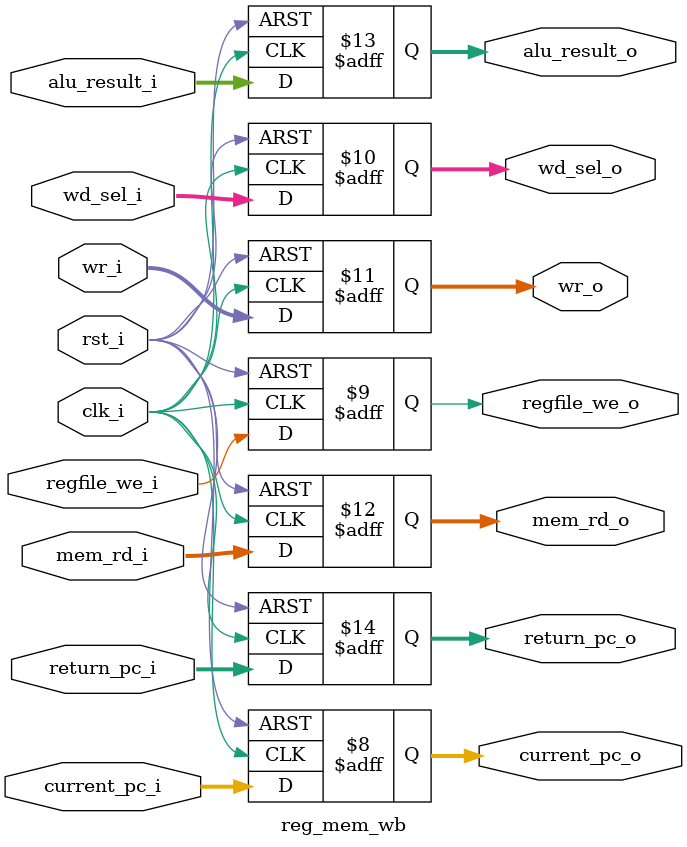
<source format=v>
`timescale 1ns / 1ps
module reg_mem_wb(
    input             clk_i,
    input             rst_i,
    input      [31:0] return_pc_i,
    input      [31:0] alu_result_i,
    input      [31:0] mem_rd_i,
    input      [4:0]  wr_i,
    input      [1:0]  wd_sel_i,
    input             regfile_we_i,
    input      [31:0] current_pc_i,
    output reg [31:0] current_pc_o,
    output reg [31:0] return_pc_o,
    output reg [31:0] alu_result_o,
    output reg [31:0] mem_rd_o,
    output reg [4:0]  wr_o,
    output reg [1:0]  wd_sel_o,
    output reg        regfile_we_o
    );
    always @(posedge clk_i or posedge rst_i) begin
        if(rst_i)
            return_pc_o <= 32'h0;
        else
            return_pc_o <= return_pc_i;
    end
    always @(posedge clk_i or posedge rst_i) begin
        if(rst_i)
            alu_result_o <= 32'h0;
        else
            alu_result_o <= alu_result_i;
    end
    always @(posedge clk_i or posedge rst_i) begin
        if(rst_i)
            mem_rd_o <= 32'h0;
        else
            mem_rd_o <= mem_rd_i;
    end
    always @(posedge clk_i or posedge rst_i) begin
        if(rst_i)
            wr_o <= 5'h0;
        else
            wr_o <= wr_i;
    end
    always @(posedge clk_i or posedge rst_i) begin
        if(rst_i)
            wd_sel_o <= 2'h0;
        else
            wd_sel_o <= wd_sel_i;
    end
    always @(posedge clk_i or posedge rst_i) begin
        if(rst_i)
            regfile_we_o <= 1'b0;
        else
            regfile_we_o <= regfile_we_i;
    end
    always @(posedge clk_i or posedge rst_i) begin
        if(rst_i)
            current_pc_o <= 32'h0;
        else
            current_pc_o <= current_pc_i;
    end 
endmodule

</source>
